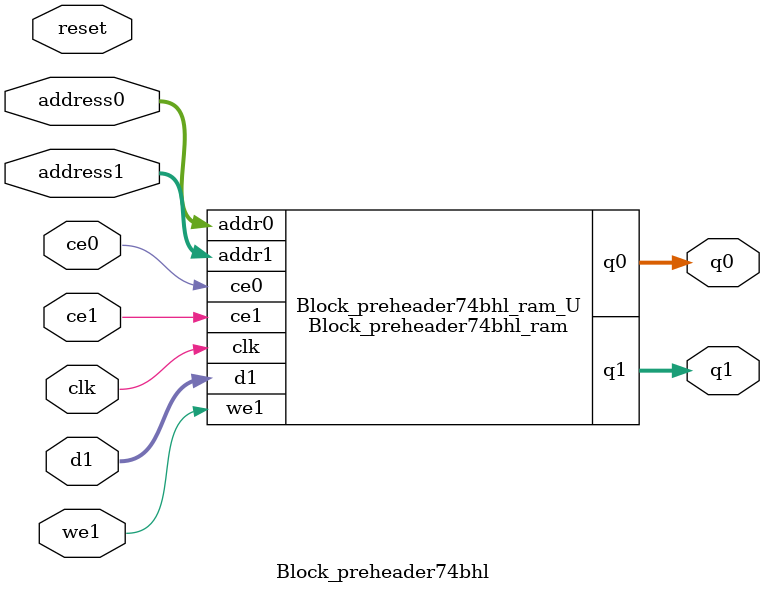
<source format=v>
`timescale 1 ns / 1 ps
module Block_preheader74bhl_ram (addr0, ce0, q0, addr1, ce1, d1, we1, q1,  clk);

parameter DWIDTH = 5;
parameter AWIDTH = 7;
parameter MEM_SIZE = 96;

input[AWIDTH-1:0] addr0;
input ce0;
output reg[DWIDTH-1:0] q0;
input[AWIDTH-1:0] addr1;
input ce1;
input[DWIDTH-1:0] d1;
input we1;
output reg[DWIDTH-1:0] q1;
input clk;

(* ram_style = "distributed" *)reg [DWIDTH-1:0] ram[0:MEM_SIZE-1];




always @(posedge clk)  
begin 
    if (ce0) begin
        q0 <= ram[addr0];
    end
end


always @(posedge clk)  
begin 
    if (ce1) begin
        if (we1) 
            ram[addr1] <= d1; 
        q1 <= ram[addr1];
    end
end


endmodule

`timescale 1 ns / 1 ps
module Block_preheader74bhl(
    reset,
    clk,
    address0,
    ce0,
    q0,
    address1,
    ce1,
    we1,
    d1,
    q1);

parameter DataWidth = 32'd5;
parameter AddressRange = 32'd96;
parameter AddressWidth = 32'd7;
input reset;
input clk;
input[AddressWidth - 1:0] address0;
input ce0;
output[DataWidth - 1:0] q0;
input[AddressWidth - 1:0] address1;
input ce1;
input we1;
input[DataWidth - 1:0] d1;
output[DataWidth - 1:0] q1;



Block_preheader74bhl_ram Block_preheader74bhl_ram_U(
    .clk( clk ),
    .addr0( address0 ),
    .ce0( ce0 ),
    .q0( q0 ),
    .addr1( address1 ),
    .ce1( ce1 ),
    .we1( we1 ),
    .d1( d1 ),
    .q1( q1 ));

endmodule


</source>
